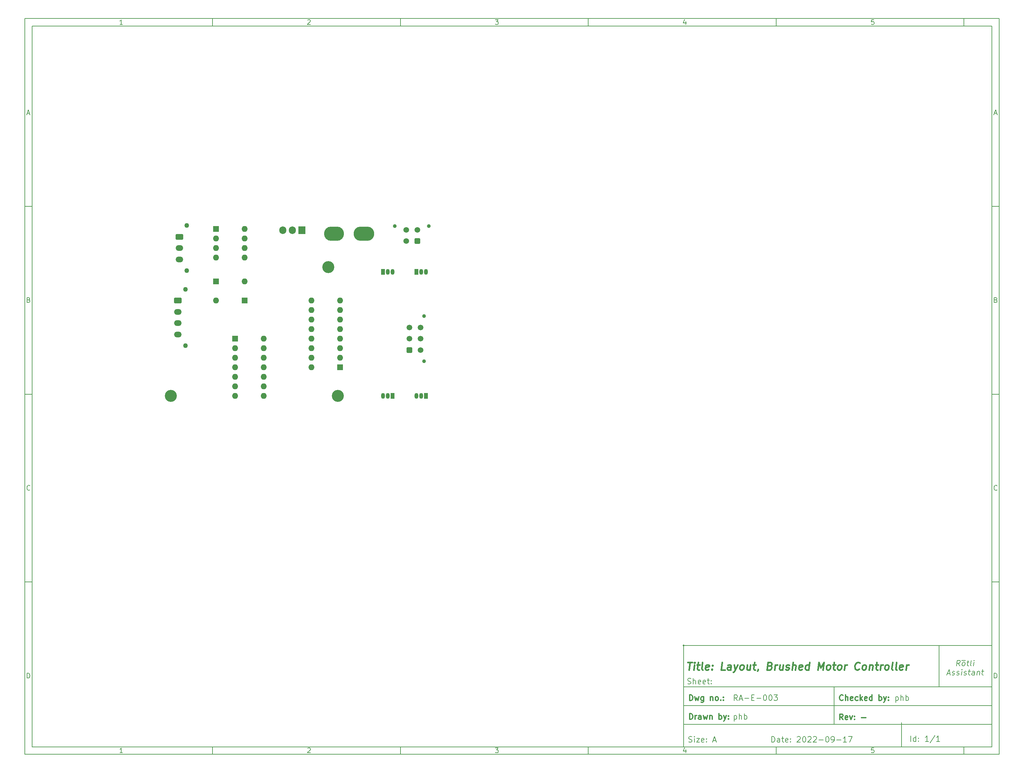
<source format=gbr>
%TF.GenerationSoftware,KiCad,Pcbnew,(6.0.7)*%
%TF.CreationDate,2022-09-17T11:26:47-05:00*%
%TF.ProjectId,BrushlessController,42727573-686c-4657-9373-436f6e74726f,-*%
%TF.SameCoordinates,Original*%
%TF.FileFunction,Soldermask,Bot*%
%TF.FilePolarity,Negative*%
%FSLAX46Y46*%
G04 Gerber Fmt 4.6, Leading zero omitted, Abs format (unit mm)*
G04 Created by KiCad (PCBNEW (6.0.7)) date 2022-09-17 11:26:47*
%MOMM*%
%LPD*%
G01*
G04 APERTURE LIST*
G04 Aperture macros list*
%AMRoundRect*
0 Rectangle with rounded corners*
0 $1 Rounding radius*
0 $2 $3 $4 $5 $6 $7 $8 $9 X,Y pos of 4 corners*
0 Add a 4 corners polygon primitive as box body*
4,1,4,$2,$3,$4,$5,$6,$7,$8,$9,$2,$3,0*
0 Add four circle primitives for the rounded corners*
1,1,$1+$1,$2,$3*
1,1,$1+$1,$4,$5*
1,1,$1+$1,$6,$7*
1,1,$1+$1,$8,$9*
0 Add four rect primitives between the rounded corners*
20,1,$1+$1,$2,$3,$4,$5,0*
20,1,$1+$1,$4,$5,$6,$7,0*
20,1,$1+$1,$6,$7,$8,$9,0*
20,1,$1+$1,$8,$9,$2,$3,0*%
G04 Aperture macros list end*
%ADD10C,0.100000*%
%ADD11C,0.150000*%
%ADD12C,0.300000*%
%ADD13C,0.400000*%
%ADD14C,0.508000*%
%ADD15C,3.200000*%
%ADD16R,1.600000X1.600000*%
%ADD17O,1.600000X1.600000*%
%ADD18R,1.050000X1.500000*%
%ADD19O,1.050000X1.500000*%
%ADD20O,5.500000X3.800000*%
%ADD21O,5.300000X3.800000*%
%ADD22C,1.270000*%
%ADD23RoundRect,0.250001X-0.759999X0.499999X-0.759999X-0.499999X0.759999X-0.499999X0.759999X0.499999X0*%
%ADD24O,2.020000X1.500000*%
%ADD25C,1.000000*%
%ADD26RoundRect,0.250001X0.499999X0.499999X-0.499999X0.499999X-0.499999X-0.499999X0.499999X-0.499999X0*%
%ADD27C,1.500000*%
%ADD28RoundRect,0.250001X0.499999X-0.499999X0.499999X0.499999X-0.499999X0.499999X-0.499999X-0.499999X0*%
%ADD29R,1.905000X2.000000*%
%ADD30O,1.905000X2.000000*%
G04 APERTURE END LIST*
D10*
D11*
X10000000Y-10000000D02*
X10000000Y-205900000D01*
X269400000Y-205900000D01*
X269400000Y-10000000D01*
X10000000Y-10000000D01*
D10*
D11*
X12000000Y-12000000D02*
X12000000Y-203900000D01*
X267400000Y-203900000D01*
X267400000Y-12000000D01*
X12000000Y-12000000D01*
D10*
D11*
X60000000Y-12000000D02*
X60000000Y-10000000D01*
D10*
D11*
X110000000Y-12000000D02*
X110000000Y-10000000D01*
D10*
D11*
X160000000Y-12000000D02*
X160000000Y-10000000D01*
D10*
D11*
X210000000Y-12000000D02*
X210000000Y-10000000D01*
D10*
D11*
X260000000Y-12000000D02*
X260000000Y-10000000D01*
D10*
D11*
X36065476Y-11588095D02*
X35322619Y-11588095D01*
X35694047Y-11588095D02*
X35694047Y-10288095D01*
X35570238Y-10473809D01*
X35446428Y-10597619D01*
X35322619Y-10659523D01*
D10*
D11*
X85322619Y-10411904D02*
X85384523Y-10350000D01*
X85508333Y-10288095D01*
X85817857Y-10288095D01*
X85941666Y-10350000D01*
X86003571Y-10411904D01*
X86065476Y-10535714D01*
X86065476Y-10659523D01*
X86003571Y-10845238D01*
X85260714Y-11588095D01*
X86065476Y-11588095D01*
D10*
D11*
X135260714Y-10288095D02*
X136065476Y-10288095D01*
X135632142Y-10783333D01*
X135817857Y-10783333D01*
X135941666Y-10845238D01*
X136003571Y-10907142D01*
X136065476Y-11030952D01*
X136065476Y-11340476D01*
X136003571Y-11464285D01*
X135941666Y-11526190D01*
X135817857Y-11588095D01*
X135446428Y-11588095D01*
X135322619Y-11526190D01*
X135260714Y-11464285D01*
D10*
D11*
X185941666Y-10721428D02*
X185941666Y-11588095D01*
X185632142Y-10226190D02*
X185322619Y-11154761D01*
X186127380Y-11154761D01*
D10*
D11*
X236003571Y-10288095D02*
X235384523Y-10288095D01*
X235322619Y-10907142D01*
X235384523Y-10845238D01*
X235508333Y-10783333D01*
X235817857Y-10783333D01*
X235941666Y-10845238D01*
X236003571Y-10907142D01*
X236065476Y-11030952D01*
X236065476Y-11340476D01*
X236003571Y-11464285D01*
X235941666Y-11526190D01*
X235817857Y-11588095D01*
X235508333Y-11588095D01*
X235384523Y-11526190D01*
X235322619Y-11464285D01*
D10*
D11*
X60000000Y-203900000D02*
X60000000Y-205900000D01*
D10*
D11*
X110000000Y-203900000D02*
X110000000Y-205900000D01*
D10*
D11*
X160000000Y-203900000D02*
X160000000Y-205900000D01*
D10*
D11*
X210000000Y-203900000D02*
X210000000Y-205900000D01*
D10*
D11*
X260000000Y-203900000D02*
X260000000Y-205900000D01*
D10*
D11*
X36065476Y-205488095D02*
X35322619Y-205488095D01*
X35694047Y-205488095D02*
X35694047Y-204188095D01*
X35570238Y-204373809D01*
X35446428Y-204497619D01*
X35322619Y-204559523D01*
D10*
D11*
X85322619Y-204311904D02*
X85384523Y-204250000D01*
X85508333Y-204188095D01*
X85817857Y-204188095D01*
X85941666Y-204250000D01*
X86003571Y-204311904D01*
X86065476Y-204435714D01*
X86065476Y-204559523D01*
X86003571Y-204745238D01*
X85260714Y-205488095D01*
X86065476Y-205488095D01*
D10*
D11*
X135260714Y-204188095D02*
X136065476Y-204188095D01*
X135632142Y-204683333D01*
X135817857Y-204683333D01*
X135941666Y-204745238D01*
X136003571Y-204807142D01*
X136065476Y-204930952D01*
X136065476Y-205240476D01*
X136003571Y-205364285D01*
X135941666Y-205426190D01*
X135817857Y-205488095D01*
X135446428Y-205488095D01*
X135322619Y-205426190D01*
X135260714Y-205364285D01*
D10*
D11*
X185941666Y-204621428D02*
X185941666Y-205488095D01*
X185632142Y-204126190D02*
X185322619Y-205054761D01*
X186127380Y-205054761D01*
D10*
D11*
X236003571Y-204188095D02*
X235384523Y-204188095D01*
X235322619Y-204807142D01*
X235384523Y-204745238D01*
X235508333Y-204683333D01*
X235817857Y-204683333D01*
X235941666Y-204745238D01*
X236003571Y-204807142D01*
X236065476Y-204930952D01*
X236065476Y-205240476D01*
X236003571Y-205364285D01*
X235941666Y-205426190D01*
X235817857Y-205488095D01*
X235508333Y-205488095D01*
X235384523Y-205426190D01*
X235322619Y-205364285D01*
D10*
D11*
X10000000Y-60000000D02*
X12000000Y-60000000D01*
D10*
D11*
X10000000Y-110000000D02*
X12000000Y-110000000D01*
D10*
D11*
X10000000Y-160000000D02*
X12000000Y-160000000D01*
D10*
D11*
X10690476Y-35216666D02*
X11309523Y-35216666D01*
X10566666Y-35588095D02*
X11000000Y-34288095D01*
X11433333Y-35588095D01*
D10*
D11*
X11092857Y-84907142D02*
X11278571Y-84969047D01*
X11340476Y-85030952D01*
X11402380Y-85154761D01*
X11402380Y-85340476D01*
X11340476Y-85464285D01*
X11278571Y-85526190D01*
X11154761Y-85588095D01*
X10659523Y-85588095D01*
X10659523Y-84288095D01*
X11092857Y-84288095D01*
X11216666Y-84350000D01*
X11278571Y-84411904D01*
X11340476Y-84535714D01*
X11340476Y-84659523D01*
X11278571Y-84783333D01*
X11216666Y-84845238D01*
X11092857Y-84907142D01*
X10659523Y-84907142D01*
D10*
D11*
X11402380Y-135464285D02*
X11340476Y-135526190D01*
X11154761Y-135588095D01*
X11030952Y-135588095D01*
X10845238Y-135526190D01*
X10721428Y-135402380D01*
X10659523Y-135278571D01*
X10597619Y-135030952D01*
X10597619Y-134845238D01*
X10659523Y-134597619D01*
X10721428Y-134473809D01*
X10845238Y-134350000D01*
X11030952Y-134288095D01*
X11154761Y-134288095D01*
X11340476Y-134350000D01*
X11402380Y-134411904D01*
D10*
D11*
X10659523Y-185588095D02*
X10659523Y-184288095D01*
X10969047Y-184288095D01*
X11154761Y-184350000D01*
X11278571Y-184473809D01*
X11340476Y-184597619D01*
X11402380Y-184845238D01*
X11402380Y-185030952D01*
X11340476Y-185278571D01*
X11278571Y-185402380D01*
X11154761Y-185526190D01*
X10969047Y-185588095D01*
X10659523Y-185588095D01*
D10*
D11*
X269400000Y-60000000D02*
X267400000Y-60000000D01*
D10*
D11*
X269400000Y-110000000D02*
X267400000Y-110000000D01*
D10*
D11*
X269400000Y-160000000D02*
X267400000Y-160000000D01*
D10*
D11*
X268090476Y-35216666D02*
X268709523Y-35216666D01*
X267966666Y-35588095D02*
X268400000Y-34288095D01*
X268833333Y-35588095D01*
D10*
D11*
X268492857Y-84907142D02*
X268678571Y-84969047D01*
X268740476Y-85030952D01*
X268802380Y-85154761D01*
X268802380Y-85340476D01*
X268740476Y-85464285D01*
X268678571Y-85526190D01*
X268554761Y-85588095D01*
X268059523Y-85588095D01*
X268059523Y-84288095D01*
X268492857Y-84288095D01*
X268616666Y-84350000D01*
X268678571Y-84411904D01*
X268740476Y-84535714D01*
X268740476Y-84659523D01*
X268678571Y-84783333D01*
X268616666Y-84845238D01*
X268492857Y-84907142D01*
X268059523Y-84907142D01*
D10*
D11*
X268802380Y-135464285D02*
X268740476Y-135526190D01*
X268554761Y-135588095D01*
X268430952Y-135588095D01*
X268245238Y-135526190D01*
X268121428Y-135402380D01*
X268059523Y-135278571D01*
X267997619Y-135030952D01*
X267997619Y-134845238D01*
X268059523Y-134597619D01*
X268121428Y-134473809D01*
X268245238Y-134350000D01*
X268430952Y-134288095D01*
X268554761Y-134288095D01*
X268740476Y-134350000D01*
X268802380Y-134411904D01*
D10*
D11*
X268059523Y-185588095D02*
X268059523Y-184288095D01*
X268369047Y-184288095D01*
X268554761Y-184350000D01*
X268678571Y-184473809D01*
X268740476Y-184597619D01*
X268802380Y-184845238D01*
X268802380Y-185030952D01*
X268740476Y-185278571D01*
X268678571Y-185402380D01*
X268554761Y-185526190D01*
X268369047Y-185588095D01*
X268059523Y-185588095D01*
D10*
D11*
X208832142Y-202678371D02*
X208832142Y-201178371D01*
X209189285Y-201178371D01*
X209403571Y-201249800D01*
X209546428Y-201392657D01*
X209617857Y-201535514D01*
X209689285Y-201821228D01*
X209689285Y-202035514D01*
X209617857Y-202321228D01*
X209546428Y-202464085D01*
X209403571Y-202606942D01*
X209189285Y-202678371D01*
X208832142Y-202678371D01*
X210975000Y-202678371D02*
X210975000Y-201892657D01*
X210903571Y-201749800D01*
X210760714Y-201678371D01*
X210475000Y-201678371D01*
X210332142Y-201749800D01*
X210975000Y-202606942D02*
X210832142Y-202678371D01*
X210475000Y-202678371D01*
X210332142Y-202606942D01*
X210260714Y-202464085D01*
X210260714Y-202321228D01*
X210332142Y-202178371D01*
X210475000Y-202106942D01*
X210832142Y-202106942D01*
X210975000Y-202035514D01*
X211475000Y-201678371D02*
X212046428Y-201678371D01*
X211689285Y-201178371D02*
X211689285Y-202464085D01*
X211760714Y-202606942D01*
X211903571Y-202678371D01*
X212046428Y-202678371D01*
X213117857Y-202606942D02*
X212975000Y-202678371D01*
X212689285Y-202678371D01*
X212546428Y-202606942D01*
X212475000Y-202464085D01*
X212475000Y-201892657D01*
X212546428Y-201749800D01*
X212689285Y-201678371D01*
X212975000Y-201678371D01*
X213117857Y-201749800D01*
X213189285Y-201892657D01*
X213189285Y-202035514D01*
X212475000Y-202178371D01*
X213832142Y-202535514D02*
X213903571Y-202606942D01*
X213832142Y-202678371D01*
X213760714Y-202606942D01*
X213832142Y-202535514D01*
X213832142Y-202678371D01*
X213832142Y-201749800D02*
X213903571Y-201821228D01*
X213832142Y-201892657D01*
X213760714Y-201821228D01*
X213832142Y-201749800D01*
X213832142Y-201892657D01*
X215617857Y-201321228D02*
X215689285Y-201249800D01*
X215832142Y-201178371D01*
X216189285Y-201178371D01*
X216332142Y-201249800D01*
X216403571Y-201321228D01*
X216475000Y-201464085D01*
X216475000Y-201606942D01*
X216403571Y-201821228D01*
X215546428Y-202678371D01*
X216475000Y-202678371D01*
X217403571Y-201178371D02*
X217546428Y-201178371D01*
X217689285Y-201249800D01*
X217760714Y-201321228D01*
X217832142Y-201464085D01*
X217903571Y-201749800D01*
X217903571Y-202106942D01*
X217832142Y-202392657D01*
X217760714Y-202535514D01*
X217689285Y-202606942D01*
X217546428Y-202678371D01*
X217403571Y-202678371D01*
X217260714Y-202606942D01*
X217189285Y-202535514D01*
X217117857Y-202392657D01*
X217046428Y-202106942D01*
X217046428Y-201749800D01*
X217117857Y-201464085D01*
X217189285Y-201321228D01*
X217260714Y-201249800D01*
X217403571Y-201178371D01*
X218475000Y-201321228D02*
X218546428Y-201249800D01*
X218689285Y-201178371D01*
X219046428Y-201178371D01*
X219189285Y-201249800D01*
X219260714Y-201321228D01*
X219332142Y-201464085D01*
X219332142Y-201606942D01*
X219260714Y-201821228D01*
X218403571Y-202678371D01*
X219332142Y-202678371D01*
X219903571Y-201321228D02*
X219975000Y-201249800D01*
X220117857Y-201178371D01*
X220475000Y-201178371D01*
X220617857Y-201249800D01*
X220689285Y-201321228D01*
X220760714Y-201464085D01*
X220760714Y-201606942D01*
X220689285Y-201821228D01*
X219832142Y-202678371D01*
X220760714Y-202678371D01*
X221403571Y-202106942D02*
X222546428Y-202106942D01*
X223546428Y-201178371D02*
X223689285Y-201178371D01*
X223832142Y-201249800D01*
X223903571Y-201321228D01*
X223975000Y-201464085D01*
X224046428Y-201749800D01*
X224046428Y-202106942D01*
X223975000Y-202392657D01*
X223903571Y-202535514D01*
X223832142Y-202606942D01*
X223689285Y-202678371D01*
X223546428Y-202678371D01*
X223403571Y-202606942D01*
X223332142Y-202535514D01*
X223260714Y-202392657D01*
X223189285Y-202106942D01*
X223189285Y-201749800D01*
X223260714Y-201464085D01*
X223332142Y-201321228D01*
X223403571Y-201249800D01*
X223546428Y-201178371D01*
X224760714Y-202678371D02*
X225046428Y-202678371D01*
X225189285Y-202606942D01*
X225260714Y-202535514D01*
X225403571Y-202321228D01*
X225475000Y-202035514D01*
X225475000Y-201464085D01*
X225403571Y-201321228D01*
X225332142Y-201249800D01*
X225189285Y-201178371D01*
X224903571Y-201178371D01*
X224760714Y-201249800D01*
X224689285Y-201321228D01*
X224617857Y-201464085D01*
X224617857Y-201821228D01*
X224689285Y-201964085D01*
X224760714Y-202035514D01*
X224903571Y-202106942D01*
X225189285Y-202106942D01*
X225332142Y-202035514D01*
X225403571Y-201964085D01*
X225475000Y-201821228D01*
X226117857Y-202106942D02*
X227260714Y-202106942D01*
X228760714Y-202678371D02*
X227903571Y-202678371D01*
X228332142Y-202678371D02*
X228332142Y-201178371D01*
X228189285Y-201392657D01*
X228046428Y-201535514D01*
X227903571Y-201606942D01*
X229260714Y-201178371D02*
X230260714Y-201178371D01*
X229617857Y-202678371D01*
D10*
D12*
X227809285Y-196678571D02*
X227309285Y-195964285D01*
X226952142Y-196678571D02*
X226952142Y-195178571D01*
X227523571Y-195178571D01*
X227666428Y-195250000D01*
X227737857Y-195321428D01*
X227809285Y-195464285D01*
X227809285Y-195678571D01*
X227737857Y-195821428D01*
X227666428Y-195892857D01*
X227523571Y-195964285D01*
X226952142Y-195964285D01*
X229023571Y-196607142D02*
X228880714Y-196678571D01*
X228595000Y-196678571D01*
X228452142Y-196607142D01*
X228380714Y-196464285D01*
X228380714Y-195892857D01*
X228452142Y-195750000D01*
X228595000Y-195678571D01*
X228880714Y-195678571D01*
X229023571Y-195750000D01*
X229095000Y-195892857D01*
X229095000Y-196035714D01*
X228380714Y-196178571D01*
X229595000Y-195678571D02*
X229952142Y-196678571D01*
X230309285Y-195678571D01*
X230880714Y-196535714D02*
X230952142Y-196607142D01*
X230880714Y-196678571D01*
X230809285Y-196607142D01*
X230880714Y-196535714D01*
X230880714Y-196678571D01*
X230880714Y-195750000D02*
X230952142Y-195821428D01*
X230880714Y-195892857D01*
X230809285Y-195821428D01*
X230880714Y-195750000D01*
X230880714Y-195892857D01*
X232737857Y-196107142D02*
X233880714Y-196107142D01*
D10*
D11*
X186760714Y-202606942D02*
X186975000Y-202678371D01*
X187332142Y-202678371D01*
X187475000Y-202606942D01*
X187546428Y-202535514D01*
X187617857Y-202392657D01*
X187617857Y-202249800D01*
X187546428Y-202106942D01*
X187475000Y-202035514D01*
X187332142Y-201964085D01*
X187046428Y-201892657D01*
X186903571Y-201821228D01*
X186832142Y-201749800D01*
X186760714Y-201606942D01*
X186760714Y-201464085D01*
X186832142Y-201321228D01*
X186903571Y-201249800D01*
X187046428Y-201178371D01*
X187403571Y-201178371D01*
X187617857Y-201249800D01*
X188260714Y-202678371D02*
X188260714Y-201678371D01*
X188260714Y-201178371D02*
X188189285Y-201249800D01*
X188260714Y-201321228D01*
X188332142Y-201249800D01*
X188260714Y-201178371D01*
X188260714Y-201321228D01*
X188832142Y-201678371D02*
X189617857Y-201678371D01*
X188832142Y-202678371D01*
X189617857Y-202678371D01*
X190760714Y-202606942D02*
X190617857Y-202678371D01*
X190332142Y-202678371D01*
X190189285Y-202606942D01*
X190117857Y-202464085D01*
X190117857Y-201892657D01*
X190189285Y-201749800D01*
X190332142Y-201678371D01*
X190617857Y-201678371D01*
X190760714Y-201749800D01*
X190832142Y-201892657D01*
X190832142Y-202035514D01*
X190117857Y-202178371D01*
X191475000Y-202535514D02*
X191546428Y-202606942D01*
X191475000Y-202678371D01*
X191403571Y-202606942D01*
X191475000Y-202535514D01*
X191475000Y-202678371D01*
X191475000Y-201749800D02*
X191546428Y-201821228D01*
X191475000Y-201892657D01*
X191403571Y-201821228D01*
X191475000Y-201749800D01*
X191475000Y-201892657D01*
X193260714Y-202249800D02*
X193975000Y-202249800D01*
X193117857Y-202678371D02*
X193617857Y-201178371D01*
X194117857Y-202678371D01*
D10*
D11*
X245832142Y-202478571D02*
X245832142Y-200978571D01*
X247189285Y-202478571D02*
X247189285Y-200978571D01*
X247189285Y-202407142D02*
X247046428Y-202478571D01*
X246760714Y-202478571D01*
X246617857Y-202407142D01*
X246546428Y-202335714D01*
X246475000Y-202192857D01*
X246475000Y-201764285D01*
X246546428Y-201621428D01*
X246617857Y-201550000D01*
X246760714Y-201478571D01*
X247046428Y-201478571D01*
X247189285Y-201550000D01*
X247903571Y-202335714D02*
X247975000Y-202407142D01*
X247903571Y-202478571D01*
X247832142Y-202407142D01*
X247903571Y-202335714D01*
X247903571Y-202478571D01*
X247903571Y-201550000D02*
X247975000Y-201621428D01*
X247903571Y-201692857D01*
X247832142Y-201621428D01*
X247903571Y-201550000D01*
X247903571Y-201692857D01*
X250546428Y-202478571D02*
X249689285Y-202478571D01*
X250117857Y-202478571D02*
X250117857Y-200978571D01*
X249975000Y-201192857D01*
X249832142Y-201335714D01*
X249689285Y-201407142D01*
X252260714Y-200907142D02*
X250975000Y-202835714D01*
X253546428Y-202478571D02*
X252689285Y-202478571D01*
X253117857Y-202478571D02*
X253117857Y-200978571D01*
X252975000Y-201192857D01*
X252832142Y-201335714D01*
X252689285Y-201407142D01*
D10*
D13*
X186512380Y-181404561D02*
X187655238Y-181404561D01*
X186833809Y-183404561D02*
X187083809Y-181404561D01*
X188071904Y-183404561D02*
X188238571Y-182071228D01*
X188321904Y-181404561D02*
X188214761Y-181499800D01*
X188298095Y-181595038D01*
X188405238Y-181499800D01*
X188321904Y-181404561D01*
X188298095Y-181595038D01*
X188905238Y-182071228D02*
X189667142Y-182071228D01*
X189274285Y-181404561D02*
X189060000Y-183118847D01*
X189131428Y-183309323D01*
X189310000Y-183404561D01*
X189500476Y-183404561D01*
X190452857Y-183404561D02*
X190274285Y-183309323D01*
X190202857Y-183118847D01*
X190417142Y-181404561D01*
X191988571Y-183309323D02*
X191786190Y-183404561D01*
X191405238Y-183404561D01*
X191226666Y-183309323D01*
X191155238Y-183118847D01*
X191250476Y-182356942D01*
X191369523Y-182166466D01*
X191571904Y-182071228D01*
X191952857Y-182071228D01*
X192131428Y-182166466D01*
X192202857Y-182356942D01*
X192179047Y-182547419D01*
X191202857Y-182737895D01*
X192952857Y-183214085D02*
X193036190Y-183309323D01*
X192929047Y-183404561D01*
X192845714Y-183309323D01*
X192952857Y-183214085D01*
X192929047Y-183404561D01*
X193083809Y-182166466D02*
X193167142Y-182261704D01*
X193060000Y-182356942D01*
X192976666Y-182261704D01*
X193083809Y-182166466D01*
X193060000Y-182356942D01*
X196357619Y-183404561D02*
X195405238Y-183404561D01*
X195655238Y-181404561D01*
X197881428Y-183404561D02*
X198012380Y-182356942D01*
X197940952Y-182166466D01*
X197762380Y-182071228D01*
X197381428Y-182071228D01*
X197179047Y-182166466D01*
X197893333Y-183309323D02*
X197690952Y-183404561D01*
X197214761Y-183404561D01*
X197036190Y-183309323D01*
X196964761Y-183118847D01*
X196988571Y-182928371D01*
X197107619Y-182737895D01*
X197310000Y-182642657D01*
X197786190Y-182642657D01*
X197988571Y-182547419D01*
X198810000Y-182071228D02*
X199119523Y-183404561D01*
X199762380Y-182071228D02*
X199119523Y-183404561D01*
X198869523Y-183880752D01*
X198762380Y-183975990D01*
X198560000Y-184071228D01*
X200643333Y-183404561D02*
X200464761Y-183309323D01*
X200381428Y-183214085D01*
X200310000Y-183023609D01*
X200381428Y-182452180D01*
X200500476Y-182261704D01*
X200607619Y-182166466D01*
X200810000Y-182071228D01*
X201095714Y-182071228D01*
X201274285Y-182166466D01*
X201357619Y-182261704D01*
X201429047Y-182452180D01*
X201357619Y-183023609D01*
X201238571Y-183214085D01*
X201131428Y-183309323D01*
X200929047Y-183404561D01*
X200643333Y-183404561D01*
X203190952Y-182071228D02*
X203024285Y-183404561D01*
X202333809Y-182071228D02*
X202202857Y-183118847D01*
X202274285Y-183309323D01*
X202452857Y-183404561D01*
X202738571Y-183404561D01*
X202940952Y-183309323D01*
X203048095Y-183214085D01*
X203857619Y-182071228D02*
X204619523Y-182071228D01*
X204226666Y-181404561D02*
X204012380Y-183118847D01*
X204083809Y-183309323D01*
X204262380Y-183404561D01*
X204452857Y-183404561D01*
X205226666Y-183309323D02*
X205214761Y-183404561D01*
X205095714Y-183595038D01*
X204988571Y-183690276D01*
X208393333Y-182356942D02*
X208667142Y-182452180D01*
X208750476Y-182547419D01*
X208821904Y-182737895D01*
X208786190Y-183023609D01*
X208667142Y-183214085D01*
X208560000Y-183309323D01*
X208357619Y-183404561D01*
X207595714Y-183404561D01*
X207845714Y-181404561D01*
X208512380Y-181404561D01*
X208690952Y-181499800D01*
X208774285Y-181595038D01*
X208845714Y-181785514D01*
X208821904Y-181975990D01*
X208702857Y-182166466D01*
X208595714Y-182261704D01*
X208393333Y-182356942D01*
X207726666Y-182356942D01*
X209595714Y-183404561D02*
X209762380Y-182071228D01*
X209714761Y-182452180D02*
X209833809Y-182261704D01*
X209940952Y-182166466D01*
X210143333Y-182071228D01*
X210333809Y-182071228D01*
X211857619Y-182071228D02*
X211690952Y-183404561D01*
X211000476Y-182071228D02*
X210869523Y-183118847D01*
X210940952Y-183309323D01*
X211119523Y-183404561D01*
X211405238Y-183404561D01*
X211607619Y-183309323D01*
X211714761Y-183214085D01*
X212560000Y-183309323D02*
X212738571Y-183404561D01*
X213119523Y-183404561D01*
X213321904Y-183309323D01*
X213440952Y-183118847D01*
X213452857Y-183023609D01*
X213381428Y-182833133D01*
X213202857Y-182737895D01*
X212917142Y-182737895D01*
X212738571Y-182642657D01*
X212667142Y-182452180D01*
X212679047Y-182356942D01*
X212798095Y-182166466D01*
X213000476Y-182071228D01*
X213286190Y-182071228D01*
X213464761Y-182166466D01*
X214262380Y-183404561D02*
X214512380Y-181404561D01*
X215119523Y-183404561D02*
X215250476Y-182356942D01*
X215179047Y-182166466D01*
X215000476Y-182071228D01*
X214714761Y-182071228D01*
X214512380Y-182166466D01*
X214405238Y-182261704D01*
X216845714Y-183309323D02*
X216643333Y-183404561D01*
X216262380Y-183404561D01*
X216083809Y-183309323D01*
X216012380Y-183118847D01*
X216107619Y-182356942D01*
X216226666Y-182166466D01*
X216429047Y-182071228D01*
X216810000Y-182071228D01*
X216988571Y-182166466D01*
X217060000Y-182356942D01*
X217036190Y-182547419D01*
X216060000Y-182737895D01*
X218643333Y-183404561D02*
X218893333Y-181404561D01*
X218655238Y-183309323D02*
X218452857Y-183404561D01*
X218071904Y-183404561D01*
X217893333Y-183309323D01*
X217810000Y-183214085D01*
X217738571Y-183023609D01*
X217810000Y-182452180D01*
X217929047Y-182261704D01*
X218036190Y-182166466D01*
X218238571Y-182071228D01*
X218619523Y-182071228D01*
X218798095Y-182166466D01*
X221119523Y-183404561D02*
X221369523Y-181404561D01*
X221857619Y-182833133D01*
X222702857Y-181404561D01*
X222452857Y-183404561D01*
X223690952Y-183404561D02*
X223512380Y-183309323D01*
X223429047Y-183214085D01*
X223357619Y-183023609D01*
X223429047Y-182452180D01*
X223548095Y-182261704D01*
X223655238Y-182166466D01*
X223857619Y-182071228D01*
X224143333Y-182071228D01*
X224321904Y-182166466D01*
X224405238Y-182261704D01*
X224476666Y-182452180D01*
X224405238Y-183023609D01*
X224286190Y-183214085D01*
X224179047Y-183309323D01*
X223976666Y-183404561D01*
X223690952Y-183404561D01*
X225095714Y-182071228D02*
X225857619Y-182071228D01*
X225464761Y-181404561D02*
X225250476Y-183118847D01*
X225321904Y-183309323D01*
X225500476Y-183404561D01*
X225690952Y-183404561D01*
X226643333Y-183404561D02*
X226464761Y-183309323D01*
X226381428Y-183214085D01*
X226310000Y-183023609D01*
X226381428Y-182452180D01*
X226500476Y-182261704D01*
X226607619Y-182166466D01*
X226810000Y-182071228D01*
X227095714Y-182071228D01*
X227274285Y-182166466D01*
X227357619Y-182261704D01*
X227429047Y-182452180D01*
X227357619Y-183023609D01*
X227238571Y-183214085D01*
X227131428Y-183309323D01*
X226929047Y-183404561D01*
X226643333Y-183404561D01*
X228167142Y-183404561D02*
X228333809Y-182071228D01*
X228286190Y-182452180D02*
X228405238Y-182261704D01*
X228512380Y-182166466D01*
X228714761Y-182071228D01*
X228905238Y-182071228D01*
X232095714Y-183214085D02*
X231988571Y-183309323D01*
X231690952Y-183404561D01*
X231500476Y-183404561D01*
X231226666Y-183309323D01*
X231060000Y-183118847D01*
X230988571Y-182928371D01*
X230940952Y-182547419D01*
X230976666Y-182261704D01*
X231119523Y-181880752D01*
X231238571Y-181690276D01*
X231452857Y-181499800D01*
X231750476Y-181404561D01*
X231940952Y-181404561D01*
X232214761Y-181499800D01*
X232298095Y-181595038D01*
X233214761Y-183404561D02*
X233036190Y-183309323D01*
X232952857Y-183214085D01*
X232881428Y-183023609D01*
X232952857Y-182452180D01*
X233071904Y-182261704D01*
X233179047Y-182166466D01*
X233381428Y-182071228D01*
X233667142Y-182071228D01*
X233845714Y-182166466D01*
X233929047Y-182261704D01*
X234000476Y-182452180D01*
X233929047Y-183023609D01*
X233810000Y-183214085D01*
X233702857Y-183309323D01*
X233500476Y-183404561D01*
X233214761Y-183404561D01*
X234905238Y-182071228D02*
X234738571Y-183404561D01*
X234881428Y-182261704D02*
X234988571Y-182166466D01*
X235190952Y-182071228D01*
X235476666Y-182071228D01*
X235655238Y-182166466D01*
X235726666Y-182356942D01*
X235595714Y-183404561D01*
X236429047Y-182071228D02*
X237190952Y-182071228D01*
X236798095Y-181404561D02*
X236583809Y-183118847D01*
X236655238Y-183309323D01*
X236833809Y-183404561D01*
X237024285Y-183404561D01*
X237690952Y-183404561D02*
X237857619Y-182071228D01*
X237809999Y-182452180D02*
X237929047Y-182261704D01*
X238036190Y-182166466D01*
X238238571Y-182071228D01*
X238429047Y-182071228D01*
X239214761Y-183404561D02*
X239036190Y-183309323D01*
X238952857Y-183214085D01*
X238881428Y-183023609D01*
X238952857Y-182452180D01*
X239071904Y-182261704D01*
X239179047Y-182166466D01*
X239381428Y-182071228D01*
X239667142Y-182071228D01*
X239845714Y-182166466D01*
X239929047Y-182261704D01*
X240000476Y-182452180D01*
X239929047Y-183023609D01*
X239809999Y-183214085D01*
X239702857Y-183309323D01*
X239500476Y-183404561D01*
X239214761Y-183404561D01*
X241024285Y-183404561D02*
X240845714Y-183309323D01*
X240774285Y-183118847D01*
X240988571Y-181404561D01*
X242071904Y-183404561D02*
X241893333Y-183309323D01*
X241821904Y-183118847D01*
X242036190Y-181404561D01*
X243607619Y-183309323D02*
X243405238Y-183404561D01*
X243024285Y-183404561D01*
X242845714Y-183309323D01*
X242774285Y-183118847D01*
X242869523Y-182356942D01*
X242988571Y-182166466D01*
X243190952Y-182071228D01*
X243571904Y-182071228D01*
X243750476Y-182166466D01*
X243821904Y-182356942D01*
X243798095Y-182547419D01*
X242821904Y-182737895D01*
X244548095Y-183404561D02*
X244714761Y-182071228D01*
X244667142Y-182452180D02*
X244786190Y-182261704D01*
X244893333Y-182166466D01*
X245095714Y-182071228D01*
X245286190Y-182071228D01*
D10*
D11*
X186460714Y-187106942D02*
X186675000Y-187178371D01*
X187032142Y-187178371D01*
X187175000Y-187106942D01*
X187246428Y-187035514D01*
X187317857Y-186892657D01*
X187317857Y-186749800D01*
X187246428Y-186606942D01*
X187175000Y-186535514D01*
X187032142Y-186464085D01*
X186746428Y-186392657D01*
X186603571Y-186321228D01*
X186532142Y-186249800D01*
X186460714Y-186106942D01*
X186460714Y-185964085D01*
X186532142Y-185821228D01*
X186603571Y-185749800D01*
X186746428Y-185678371D01*
X187103571Y-185678371D01*
X187317857Y-185749800D01*
X187960714Y-187178371D02*
X187960714Y-185678371D01*
X188603571Y-187178371D02*
X188603571Y-186392657D01*
X188532142Y-186249800D01*
X188389285Y-186178371D01*
X188175000Y-186178371D01*
X188032142Y-186249800D01*
X187960714Y-186321228D01*
X189889285Y-187106942D02*
X189746428Y-187178371D01*
X189460714Y-187178371D01*
X189317857Y-187106942D01*
X189246428Y-186964085D01*
X189246428Y-186392657D01*
X189317857Y-186249800D01*
X189460714Y-186178371D01*
X189746428Y-186178371D01*
X189889285Y-186249800D01*
X189960714Y-186392657D01*
X189960714Y-186535514D01*
X189246428Y-186678371D01*
X191175000Y-187106942D02*
X191032142Y-187178371D01*
X190746428Y-187178371D01*
X190603571Y-187106942D01*
X190532142Y-186964085D01*
X190532142Y-186392657D01*
X190603571Y-186249800D01*
X190746428Y-186178371D01*
X191032142Y-186178371D01*
X191175000Y-186249800D01*
X191246428Y-186392657D01*
X191246428Y-186535514D01*
X190532142Y-186678371D01*
X191675000Y-186178371D02*
X192246428Y-186178371D01*
X191889285Y-185678371D02*
X191889285Y-186964085D01*
X191960714Y-187106942D01*
X192103571Y-187178371D01*
X192246428Y-187178371D01*
X192746428Y-187035514D02*
X192817857Y-187106942D01*
X192746428Y-187178371D01*
X192675000Y-187106942D01*
X192746428Y-187035514D01*
X192746428Y-187178371D01*
X192746428Y-186249800D02*
X192817857Y-186321228D01*
X192746428Y-186392657D01*
X192675000Y-186321228D01*
X192746428Y-186249800D01*
X192746428Y-186392657D01*
D10*
D11*
X199689285Y-191578371D02*
X199189285Y-190864085D01*
X198832142Y-191578371D02*
X198832142Y-190078371D01*
X199403571Y-190078371D01*
X199546428Y-190149800D01*
X199617857Y-190221228D01*
X199689285Y-190364085D01*
X199689285Y-190578371D01*
X199617857Y-190721228D01*
X199546428Y-190792657D01*
X199403571Y-190864085D01*
X198832142Y-190864085D01*
X200260714Y-191149800D02*
X200975000Y-191149800D01*
X200117857Y-191578371D02*
X200617857Y-190078371D01*
X201117857Y-191578371D01*
X201617857Y-191006942D02*
X202760714Y-191006942D01*
X203475000Y-190792657D02*
X203975000Y-190792657D01*
X204189285Y-191578371D02*
X203475000Y-191578371D01*
X203475000Y-190078371D01*
X204189285Y-190078371D01*
X204832142Y-191006942D02*
X205975000Y-191006942D01*
X206975000Y-190078371D02*
X207117857Y-190078371D01*
X207260714Y-190149800D01*
X207332142Y-190221228D01*
X207403571Y-190364085D01*
X207475000Y-190649800D01*
X207475000Y-191006942D01*
X207403571Y-191292657D01*
X207332142Y-191435514D01*
X207260714Y-191506942D01*
X207117857Y-191578371D01*
X206975000Y-191578371D01*
X206832142Y-191506942D01*
X206760714Y-191435514D01*
X206689285Y-191292657D01*
X206617857Y-191006942D01*
X206617857Y-190649800D01*
X206689285Y-190364085D01*
X206760714Y-190221228D01*
X206832142Y-190149800D01*
X206975000Y-190078371D01*
X208403571Y-190078371D02*
X208546428Y-190078371D01*
X208689285Y-190149800D01*
X208760714Y-190221228D01*
X208832142Y-190364085D01*
X208903571Y-190649800D01*
X208903571Y-191006942D01*
X208832142Y-191292657D01*
X208760714Y-191435514D01*
X208689285Y-191506942D01*
X208546428Y-191578371D01*
X208403571Y-191578371D01*
X208260714Y-191506942D01*
X208189285Y-191435514D01*
X208117857Y-191292657D01*
X208046428Y-191006942D01*
X208046428Y-190649800D01*
X208117857Y-190364085D01*
X208189285Y-190221228D01*
X208260714Y-190149800D01*
X208403571Y-190078371D01*
X209403571Y-190078371D02*
X210332142Y-190078371D01*
X209832142Y-190649800D01*
X210046428Y-190649800D01*
X210189285Y-190721228D01*
X210260714Y-190792657D01*
X210332142Y-190935514D01*
X210332142Y-191292657D01*
X210260714Y-191435514D01*
X210189285Y-191506942D01*
X210046428Y-191578371D01*
X209617857Y-191578371D01*
X209475000Y-191506942D01*
X209403571Y-191435514D01*
D10*
D11*
X241832142Y-190578371D02*
X241832142Y-192078371D01*
X241832142Y-190649800D02*
X241975000Y-190578371D01*
X242260714Y-190578371D01*
X242403571Y-190649800D01*
X242475000Y-190721228D01*
X242546428Y-190864085D01*
X242546428Y-191292657D01*
X242475000Y-191435514D01*
X242403571Y-191506942D01*
X242260714Y-191578371D01*
X241975000Y-191578371D01*
X241832142Y-191506942D01*
X243189285Y-191578371D02*
X243189285Y-190078371D01*
X243832142Y-191578371D02*
X243832142Y-190792657D01*
X243760714Y-190649800D01*
X243617857Y-190578371D01*
X243403571Y-190578371D01*
X243260714Y-190649800D01*
X243189285Y-190721228D01*
X244546428Y-191578371D02*
X244546428Y-190078371D01*
X244546428Y-190649800D02*
X244689285Y-190578371D01*
X244975000Y-190578371D01*
X245117857Y-190649800D01*
X245189285Y-190721228D01*
X245260714Y-190864085D01*
X245260714Y-191292657D01*
X245189285Y-191435514D01*
X245117857Y-191506942D01*
X244975000Y-191578371D01*
X244689285Y-191578371D01*
X244546428Y-191506942D01*
D10*
D11*
X198832142Y-195578371D02*
X198832142Y-197078371D01*
X198832142Y-195649800D02*
X198975000Y-195578371D01*
X199260714Y-195578371D01*
X199403571Y-195649800D01*
X199475000Y-195721228D01*
X199546428Y-195864085D01*
X199546428Y-196292657D01*
X199475000Y-196435514D01*
X199403571Y-196506942D01*
X199260714Y-196578371D01*
X198975000Y-196578371D01*
X198832142Y-196506942D01*
X200189285Y-196578371D02*
X200189285Y-195078371D01*
X200832142Y-196578371D02*
X200832142Y-195792657D01*
X200760714Y-195649800D01*
X200617857Y-195578371D01*
X200403571Y-195578371D01*
X200260714Y-195649800D01*
X200189285Y-195721228D01*
X201546428Y-196578371D02*
X201546428Y-195078371D01*
X201546428Y-195649800D02*
X201689285Y-195578371D01*
X201975000Y-195578371D01*
X202117857Y-195649800D01*
X202189285Y-195721228D01*
X202260714Y-195864085D01*
X202260714Y-196292657D01*
X202189285Y-196435514D01*
X202117857Y-196506942D01*
X201975000Y-196578371D01*
X201689285Y-196578371D01*
X201546428Y-196506942D01*
D10*
D11*
X243400000Y-197400000D02*
X243400000Y-203900000D01*
D10*
D11*
X267411000Y-187897800D02*
X267411000Y-176897800D01*
X185411000Y-176897800D01*
X185411000Y-187897800D01*
X267411000Y-187897800D01*
D10*
D14*
X185411000Y-176898000D02*
X185411000Y-176898000D01*
X185411000Y-176898000D01*
X185411000Y-176898000D01*
X185411000Y-176898000D01*
D10*
D12*
X186963142Y-196576571D02*
X186963142Y-195076571D01*
X187320285Y-195076571D01*
X187534571Y-195148000D01*
X187677428Y-195290857D01*
X187748857Y-195433714D01*
X187820285Y-195719428D01*
X187820285Y-195933714D01*
X187748857Y-196219428D01*
X187677428Y-196362285D01*
X187534571Y-196505142D01*
X187320285Y-196576571D01*
X186963142Y-196576571D01*
X188463142Y-196576571D02*
X188463142Y-195576571D01*
X188463142Y-195862285D02*
X188534571Y-195719428D01*
X188606000Y-195648000D01*
X188748857Y-195576571D01*
X188891714Y-195576571D01*
X190034571Y-196576571D02*
X190034571Y-195790857D01*
X189963142Y-195648000D01*
X189820285Y-195576571D01*
X189534571Y-195576571D01*
X189391714Y-195648000D01*
X190034571Y-196505142D02*
X189891714Y-196576571D01*
X189534571Y-196576571D01*
X189391714Y-196505142D01*
X189320285Y-196362285D01*
X189320285Y-196219428D01*
X189391714Y-196076571D01*
X189534571Y-196005142D01*
X189891714Y-196005142D01*
X190034571Y-195933714D01*
X190606000Y-195576571D02*
X190891714Y-196576571D01*
X191177428Y-195862285D01*
X191463142Y-196576571D01*
X191748857Y-195576571D01*
X192320285Y-195576571D02*
X192320285Y-196576571D01*
X192320285Y-195719428D02*
X192391714Y-195648000D01*
X192534571Y-195576571D01*
X192748857Y-195576571D01*
X192891714Y-195648000D01*
X192963142Y-195790857D01*
X192963142Y-196576571D01*
X194820285Y-196576571D02*
X194820285Y-195076571D01*
X194820285Y-195648000D02*
X194963142Y-195576571D01*
X195248857Y-195576571D01*
X195391714Y-195648000D01*
X195463142Y-195719428D01*
X195534571Y-195862285D01*
X195534571Y-196290857D01*
X195463142Y-196433714D01*
X195391714Y-196505142D01*
X195248857Y-196576571D01*
X194963142Y-196576571D01*
X194820285Y-196505142D01*
X196034571Y-195576571D02*
X196391714Y-196576571D01*
X196748857Y-195576571D02*
X196391714Y-196576571D01*
X196248857Y-196933714D01*
X196177428Y-197005142D01*
X196034571Y-197076571D01*
X197320285Y-196433714D02*
X197391714Y-196505142D01*
X197320285Y-196576571D01*
X197248857Y-196505142D01*
X197320285Y-196433714D01*
X197320285Y-196576571D01*
X197320285Y-195648000D02*
X197391714Y-195719428D01*
X197320285Y-195790857D01*
X197248857Y-195719428D01*
X197320285Y-195648000D01*
X197320285Y-195790857D01*
D10*
D11*
X225411000Y-187897800D02*
X225411000Y-192897800D01*
D10*
D12*
X227820285Y-191433714D02*
X227748857Y-191505142D01*
X227534571Y-191576571D01*
X227391714Y-191576571D01*
X227177428Y-191505142D01*
X227034571Y-191362285D01*
X226963142Y-191219428D01*
X226891714Y-190933714D01*
X226891714Y-190719428D01*
X226963142Y-190433714D01*
X227034571Y-190290857D01*
X227177428Y-190148000D01*
X227391714Y-190076571D01*
X227534571Y-190076571D01*
X227748857Y-190148000D01*
X227820285Y-190219428D01*
X228463142Y-191576571D02*
X228463142Y-190076571D01*
X229106000Y-191576571D02*
X229106000Y-190790857D01*
X229034571Y-190648000D01*
X228891714Y-190576571D01*
X228677428Y-190576571D01*
X228534571Y-190648000D01*
X228463142Y-190719428D01*
X230391714Y-191505142D02*
X230248857Y-191576571D01*
X229963142Y-191576571D01*
X229820285Y-191505142D01*
X229748857Y-191362285D01*
X229748857Y-190790857D01*
X229820285Y-190648000D01*
X229963142Y-190576571D01*
X230248857Y-190576571D01*
X230391714Y-190648000D01*
X230463142Y-190790857D01*
X230463142Y-190933714D01*
X229748857Y-191076571D01*
X231748857Y-191505142D02*
X231606000Y-191576571D01*
X231320285Y-191576571D01*
X231177428Y-191505142D01*
X231106000Y-191433714D01*
X231034571Y-191290857D01*
X231034571Y-190862285D01*
X231106000Y-190719428D01*
X231177428Y-190648000D01*
X231320285Y-190576571D01*
X231606000Y-190576571D01*
X231748857Y-190648000D01*
X232391714Y-191576571D02*
X232391714Y-190076571D01*
X232534571Y-191005142D02*
X232963142Y-191576571D01*
X232963142Y-190576571D02*
X232391714Y-191148000D01*
X234177428Y-191505142D02*
X234034571Y-191576571D01*
X233748857Y-191576571D01*
X233606000Y-191505142D01*
X233534571Y-191362285D01*
X233534571Y-190790857D01*
X233606000Y-190648000D01*
X233748857Y-190576571D01*
X234034571Y-190576571D01*
X234177428Y-190648000D01*
X234248857Y-190790857D01*
X234248857Y-190933714D01*
X233534571Y-191076571D01*
X235534571Y-191576571D02*
X235534571Y-190076571D01*
X235534571Y-191505142D02*
X235391714Y-191576571D01*
X235106000Y-191576571D01*
X234963142Y-191505142D01*
X234891714Y-191433714D01*
X234820285Y-191290857D01*
X234820285Y-190862285D01*
X234891714Y-190719428D01*
X234963142Y-190648000D01*
X235106000Y-190576571D01*
X235391714Y-190576571D01*
X235534571Y-190648000D01*
X237391714Y-191576571D02*
X237391714Y-190076571D01*
X237391714Y-190648000D02*
X237534571Y-190576571D01*
X237820285Y-190576571D01*
X237963142Y-190648000D01*
X238034571Y-190719428D01*
X238106000Y-190862285D01*
X238106000Y-191290857D01*
X238034571Y-191433714D01*
X237963142Y-191505142D01*
X237820285Y-191576571D01*
X237534571Y-191576571D01*
X237391714Y-191505142D01*
X238606000Y-190576571D02*
X238963142Y-191576571D01*
X239320285Y-190576571D02*
X238963142Y-191576571D01*
X238820285Y-191933714D01*
X238748857Y-192005142D01*
X238606000Y-192076571D01*
X239891714Y-191433714D02*
X239963142Y-191505142D01*
X239891714Y-191576571D01*
X239820285Y-191505142D01*
X239891714Y-191433714D01*
X239891714Y-191576571D01*
X239891714Y-190648000D02*
X239963142Y-190719428D01*
X239891714Y-190790857D01*
X239820285Y-190719428D01*
X239891714Y-190648000D01*
X239891714Y-190790857D01*
D10*
D11*
X185411000Y-192897800D02*
X185411000Y-197897800D01*
D10*
D11*
X185411000Y-192897800D02*
X267411000Y-192897800D01*
D10*
D11*
X185411000Y-192897800D02*
X185411000Y-187897800D01*
D10*
D12*
X186963142Y-191576571D02*
X186963142Y-190076571D01*
X187320285Y-190076571D01*
X187534571Y-190148000D01*
X187677428Y-190290857D01*
X187748857Y-190433714D01*
X187820285Y-190719428D01*
X187820285Y-190933714D01*
X187748857Y-191219428D01*
X187677428Y-191362285D01*
X187534571Y-191505142D01*
X187320285Y-191576571D01*
X186963142Y-191576571D01*
X188320285Y-190576571D02*
X188606000Y-191576571D01*
X188891714Y-190862285D01*
X189177428Y-191576571D01*
X189463142Y-190576571D01*
X190677428Y-190576571D02*
X190677428Y-191790857D01*
X190606000Y-191933714D01*
X190534571Y-192005142D01*
X190391714Y-192076571D01*
X190177428Y-192076571D01*
X190034571Y-192005142D01*
X190677428Y-191505142D02*
X190534571Y-191576571D01*
X190248857Y-191576571D01*
X190106000Y-191505142D01*
X190034571Y-191433714D01*
X189963142Y-191290857D01*
X189963142Y-190862285D01*
X190034571Y-190719428D01*
X190106000Y-190648000D01*
X190248857Y-190576571D01*
X190534571Y-190576571D01*
X190677428Y-190648000D01*
X192534571Y-190576571D02*
X192534571Y-191576571D01*
X192534571Y-190719428D02*
X192606000Y-190648000D01*
X192748857Y-190576571D01*
X192963142Y-190576571D01*
X193106000Y-190648000D01*
X193177428Y-190790857D01*
X193177428Y-191576571D01*
X194106000Y-191576571D02*
X193963142Y-191505142D01*
X193891714Y-191433714D01*
X193820285Y-191290857D01*
X193820285Y-190862285D01*
X193891714Y-190719428D01*
X193963142Y-190648000D01*
X194106000Y-190576571D01*
X194320285Y-190576571D01*
X194463142Y-190648000D01*
X194534571Y-190719428D01*
X194606000Y-190862285D01*
X194606000Y-191290857D01*
X194534571Y-191433714D01*
X194463142Y-191505142D01*
X194320285Y-191576571D01*
X194106000Y-191576571D01*
X195248857Y-191433714D02*
X195320285Y-191505142D01*
X195248857Y-191576571D01*
X195177428Y-191505142D01*
X195248857Y-191433714D01*
X195248857Y-191576571D01*
X195963142Y-191433714D02*
X196034571Y-191505142D01*
X195963142Y-191576571D01*
X195891714Y-191505142D01*
X195963142Y-191433714D01*
X195963142Y-191576571D01*
X195963142Y-190648000D02*
X196034571Y-190719428D01*
X195963142Y-190790857D01*
X195891714Y-190719428D01*
X195963142Y-190648000D01*
X195963142Y-190790857D01*
D10*
D11*
X225411000Y-192897800D02*
X225411000Y-197897800D01*
D10*
D11*
X185411000Y-197897800D02*
X267411000Y-197897800D01*
D10*
D11*
X185411000Y-197897800D02*
X185411000Y-203897800D01*
D10*
D11*
X258876133Y-182368871D02*
X258465419Y-181654585D01*
X258018991Y-182368871D02*
X258206491Y-180868871D01*
X258777919Y-180868871D01*
X258911848Y-180940300D01*
X258974348Y-181011728D01*
X259027919Y-181154585D01*
X259001133Y-181368871D01*
X258911848Y-181511728D01*
X258831491Y-181583157D01*
X258679705Y-181654585D01*
X258108276Y-181654585D01*
X259733276Y-182368871D02*
X259599348Y-182297442D01*
X259536848Y-182226014D01*
X259483276Y-182083157D01*
X259536848Y-181654585D01*
X259626133Y-181511728D01*
X259706491Y-181440300D01*
X259858276Y-181368871D01*
X260072562Y-181368871D01*
X260206491Y-181440300D01*
X260268991Y-181511728D01*
X260322562Y-181654585D01*
X260268991Y-182083157D01*
X260179705Y-182226014D01*
X260099348Y-182297442D01*
X259947562Y-182368871D01*
X259733276Y-182368871D01*
X260786848Y-181368871D02*
X261358276Y-181368871D01*
X261063633Y-180868871D02*
X260902919Y-182154585D01*
X260956491Y-182297442D01*
X261090419Y-182368871D01*
X261233276Y-182368871D01*
X261947562Y-182368871D02*
X261813633Y-182297442D01*
X261760062Y-182154585D01*
X261920776Y-180868871D01*
X262518991Y-182368871D02*
X262643991Y-181368871D01*
X262706491Y-180868871D02*
X262626133Y-180940300D01*
X262688633Y-181011728D01*
X262768991Y-180940300D01*
X262706491Y-180868871D01*
X262688633Y-181011728D01*
X255572562Y-184355300D02*
X256286848Y-184355300D01*
X255376133Y-184783871D02*
X256063633Y-183283871D01*
X256376133Y-184783871D01*
X256813633Y-184712442D02*
X256947562Y-184783871D01*
X257233276Y-184783871D01*
X257385062Y-184712442D01*
X257474348Y-184569585D01*
X257483276Y-184498157D01*
X257429705Y-184355300D01*
X257295776Y-184283871D01*
X257081491Y-184283871D01*
X256947562Y-184212442D01*
X256893991Y-184069585D01*
X256902919Y-183998157D01*
X256992205Y-183855300D01*
X257143991Y-183783871D01*
X257358276Y-183783871D01*
X257492205Y-183855300D01*
X258027919Y-184712442D02*
X258161848Y-184783871D01*
X258447562Y-184783871D01*
X258599348Y-184712442D01*
X258688633Y-184569585D01*
X258697562Y-184498157D01*
X258643991Y-184355300D01*
X258510062Y-184283871D01*
X258295776Y-184283871D01*
X258161848Y-184212442D01*
X258108276Y-184069585D01*
X258117205Y-183998157D01*
X258206491Y-183855300D01*
X258358276Y-183783871D01*
X258572562Y-183783871D01*
X258706491Y-183855300D01*
X259304705Y-184783871D02*
X259429705Y-183783871D01*
X259492205Y-183283871D02*
X259411848Y-183355300D01*
X259474348Y-183426728D01*
X259554705Y-183355300D01*
X259492205Y-183283871D01*
X259474348Y-183426728D01*
X259956491Y-184712442D02*
X260090419Y-184783871D01*
X260376133Y-184783871D01*
X260527919Y-184712442D01*
X260617205Y-184569585D01*
X260626133Y-184498157D01*
X260572562Y-184355300D01*
X260438633Y-184283871D01*
X260224348Y-184283871D01*
X260090419Y-184212442D01*
X260036848Y-184069585D01*
X260045776Y-183998157D01*
X260135062Y-183855300D01*
X260286848Y-183783871D01*
X260501133Y-183783871D01*
X260635062Y-183855300D01*
X261143991Y-183783871D02*
X261715419Y-183783871D01*
X261420776Y-183283871D02*
X261260062Y-184569585D01*
X261313633Y-184712442D01*
X261447562Y-184783871D01*
X261590419Y-184783871D01*
X262733276Y-184783871D02*
X262831491Y-183998157D01*
X262777919Y-183855300D01*
X262643991Y-183783871D01*
X262358276Y-183783871D01*
X262206491Y-183855300D01*
X262742205Y-184712442D02*
X262590419Y-184783871D01*
X262233276Y-184783871D01*
X262099348Y-184712442D01*
X262045776Y-184569585D01*
X262063633Y-184426728D01*
X262152919Y-184283871D01*
X262304705Y-184212442D01*
X262661848Y-184212442D01*
X262813633Y-184141014D01*
X263572562Y-183783871D02*
X263447562Y-184783871D01*
X263554705Y-183926728D02*
X263635062Y-183855300D01*
X263786848Y-183783871D01*
X264001133Y-183783871D01*
X264135062Y-183855300D01*
X264188633Y-183998157D01*
X264090419Y-184783871D01*
X264715419Y-183783871D02*
X265286848Y-183783871D01*
X264992205Y-183283871D02*
X264831491Y-184569585D01*
X264885062Y-184712442D01*
X265018991Y-184783871D01*
X265161848Y-184783871D01*
D10*
D11*
X253411000Y-176897800D02*
X253411000Y-187897800D01*
X267411000Y-187897800D01*
X267411000Y-176897800D01*
X253411000Y-176897800D01*
D10*
D11*
X259411000Y-180897800D02*
X260411000Y-180897800D01*
D15*
%TO.C,REF\u002A\u002A*%
X93345000Y-110490000D03*
%TD*%
%TO.C,REF\u002A\u002A*%
X90805000Y-76200000D03*
%TD*%
%TO.C,REF\u002A\u002A*%
X48895000Y-110490000D03*
%TD*%
D16*
%TO.C,U2*%
X66040000Y-95250000D03*
D17*
X66040000Y-97790000D03*
X66040000Y-100330000D03*
X66040000Y-102870000D03*
X66040000Y-105410000D03*
X66040000Y-107950000D03*
X66040000Y-110490000D03*
X73660000Y-110490000D03*
X73660000Y-107950000D03*
X73660000Y-105410000D03*
X73660000Y-102870000D03*
X73660000Y-100330000D03*
X73660000Y-97790000D03*
X73660000Y-95250000D03*
%TD*%
D16*
%TO.C,D2*%
X60960000Y-80010000D03*
D17*
X68580000Y-80010000D03*
%TD*%
D16*
%TO.C,D1*%
X68580000Y-85090000D03*
D17*
X60960000Y-85090000D03*
%TD*%
D18*
%TO.C,Q2*%
X107950000Y-110490000D03*
D19*
X106680000Y-110490000D03*
X105410000Y-110490000D03*
%TD*%
D18*
%TO.C,Q3*%
X114300000Y-77470000D03*
D19*
X115570000Y-77470000D03*
X116840000Y-77470000D03*
%TD*%
D20*
%TO.C,F1*%
X100330000Y-67310000D03*
D21*
X92330000Y-67310000D03*
%TD*%
D22*
%TO.C,J3*%
X53175000Y-65120000D03*
X53175000Y-77120000D03*
D23*
X51215000Y-68120000D03*
D24*
X51215000Y-71120000D03*
X51215000Y-74120000D03*
%TD*%
D25*
%TO.C,J1*%
X108530000Y-65285000D03*
X117530000Y-65285000D03*
D26*
X114530000Y-69225000D03*
D27*
X111530000Y-69225000D03*
X114530000Y-66225000D03*
X111530000Y-66225000D03*
%TD*%
D25*
%TO.C,J2*%
X116325000Y-89250000D03*
X116325000Y-101250000D03*
D28*
X112385000Y-98250000D03*
D27*
X112385000Y-95250000D03*
X112385000Y-92250000D03*
X115385000Y-98250000D03*
X115385000Y-95250000D03*
X115385000Y-92250000D03*
%TD*%
D18*
%TO.C,Q1*%
X105410000Y-77470000D03*
D19*
X106680000Y-77470000D03*
X107950000Y-77470000D03*
%TD*%
D18*
%TO.C,Q4*%
X116840000Y-110490000D03*
D19*
X115570000Y-110490000D03*
X114300000Y-110490000D03*
%TD*%
D16*
%TO.C,U3*%
X60960000Y-66050000D03*
D17*
X60960000Y-68590000D03*
X60960000Y-71130000D03*
X60960000Y-73670000D03*
X68580000Y-73670000D03*
X68580000Y-71130000D03*
X68580000Y-68590000D03*
X68580000Y-66050000D03*
%TD*%
D22*
%TO.C,J4*%
X52760000Y-82090000D03*
X52760000Y-97090000D03*
D23*
X50800000Y-85090000D03*
D24*
X50800000Y-88090000D03*
X50800000Y-91090000D03*
X50800000Y-94090000D03*
%TD*%
D29*
%TO.C,U5*%
X83820000Y-66365000D03*
D30*
X81280000Y-66365000D03*
X78740000Y-66365000D03*
%TD*%
D16*
%TO.C,U4*%
X93980000Y-102870000D03*
D17*
X93980000Y-100330000D03*
X93980000Y-97790000D03*
X93980000Y-95250000D03*
X93980000Y-92710000D03*
X93980000Y-90170000D03*
X93980000Y-87630000D03*
X93980000Y-85090000D03*
X86360000Y-85090000D03*
X86360000Y-87630000D03*
X86360000Y-90170000D03*
X86360000Y-92710000D03*
X86360000Y-95250000D03*
X86360000Y-97790000D03*
X86360000Y-100330000D03*
X86360000Y-102870000D03*
%TD*%
M02*

</source>
